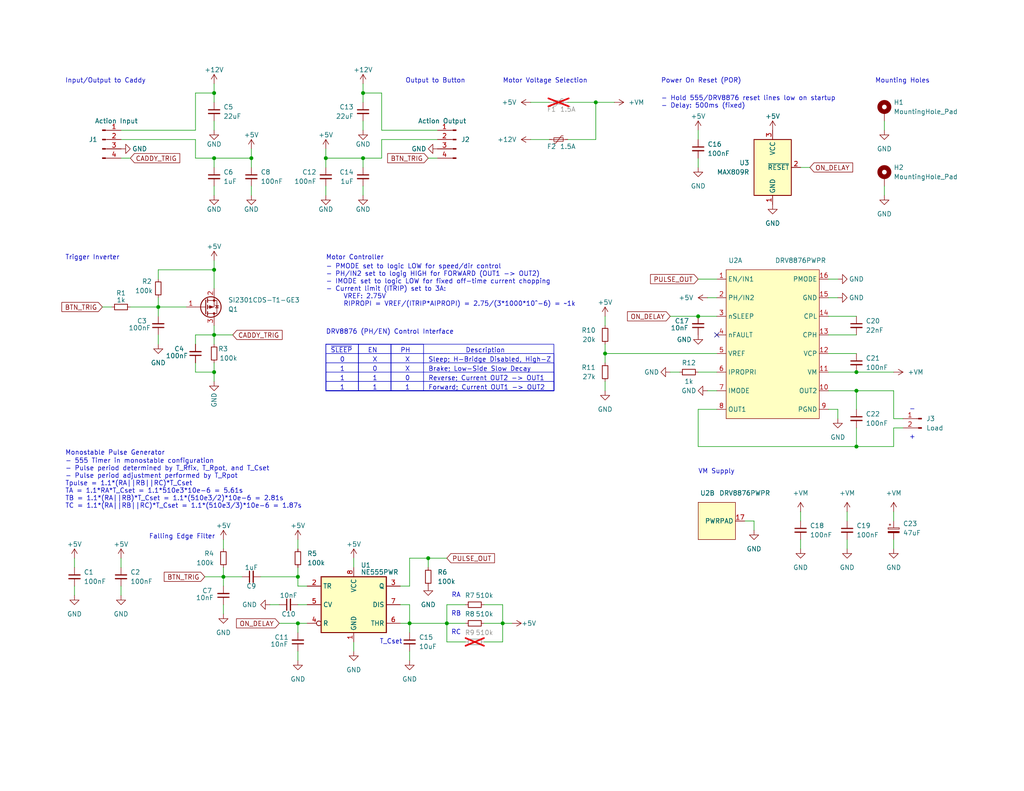
<source format=kicad_sch>
(kicad_sch (version 20231120) (generator "eeschema") (generator_version "8.0")
  (paper "A")
  (title_block (title "Pulse Fixed Timer") (rev "1") (company "LEARN Geeks for Kids") (comment 1 "Designed By: Joe Heinrich"))
  (lib_symbols
    (symbol "+5V_1" (power) (pin_numbers hide) (pin_names (offset 0) hide)
      (property "Value" "+5V" (at 0 3.556 0))
      (symbol "+5V_1_1_1"
        (pin power_in line (at 0 0 90) (length 0) (name "~") (number "1"))
      )
    )
    (symbol "+5V_2" (power) (pin_numbers hide) (pin_names (offset 0) hide)
      (property "Value" "+5V" (at 0 3.556 0))
      (symbol "+5V_2_1_1"
        (pin power_in line (at 0 0 90) (length 0) (name "~") (number "1"))
      )
    )
    (symbol "Connector:Conn_01x02_Pin" (pin_names (offset 1.016) hide)
      (property "Reference" "J" (at 0 2.54 0))
      (property "Value" "Conn_01x02_Pin" (at 0 -5.08 0))
      (symbol "Conn_01x02_Pin_1_1"
        (pin passive line (at 5.08 0 180) (length 3.81) (name "Pin_1") (number "1"))
        (pin passive line (at 5.08 -2.54 180) (length 3.81) (name "Pin_2") (number "2"))
      )
    )
    (symbol "Connector:Conn_01x04_Pin" (pin_names (offset 1.016) hide)
      (property "Reference" "J" (at 0 5.08 0))
      (property "Value" "Conn_01x04_Pin" (at 0 -7.62 0))
      (symbol "Conn_01x04_Pin_1_1"
        (pin passive line (at 5.08 2.54 180) (length 3.81) (name "Pin_1") (number "1"))
        (pin passive line (at 5.08 0 180) (length 3.81) (name "Pin_2") (number "2"))
        (pin passive line (at 5.08 -2.54 180) (length 3.81) (name "Pin_3") (number "3"))
        (pin passive line (at 5.08 -5.08 180) (length 3.81) (name "Pin_4") (number "4"))
      )
    )
    (symbol "Device:C_Polarized_Small" (pin_numbers hide) (pin_names (offset 0.254) hide)
      (property "Reference" "C" (at 0.254 1.778 0))
      (property "Value" "C_Polarized_Small" (at 0.254 -2.032 0))
      (symbol "C_Polarized_Small_1_1"
        (pin passive line (at 0 2.54 270) (length 1.8542) (name "~") (number "1"))
        (pin passive line (at 0 -2.54 90) (length 1.8542) (name "~") (number "2"))
      )
    )
    (symbol "Device:C_Small" (pin_numbers hide) (pin_names (offset 0.254) hide)
      (property "Reference" "C" (at 0.254 1.778 0))
      (property "Value" "C_Small" (at 0.254 -2.032 0))
      (symbol "C_Small_1_1"
        (pin passive line (at 0 2.54 270) (length 2.032) (name "~") (number "1"))
        (pin passive line (at 0 -2.54 90) (length 2.032) (name "~") (number "2"))
      )
    )
    (symbol "Device:Polyfuse_Small" (pin_numbers hide) (pin_names (offset 0))
      (property "Reference" "F" (at -1.905 0 90))
      (property "Value" "Polyfuse_Small" (at 1.905 0 90))
      (symbol "Polyfuse_Small_1_1"
        (pin passive line (at 0 2.54 270) (length 0.635) (name "~") (number "1"))
        (pin passive line (at 0 -2.54 90) (length 0.635) (name "~") (number "2"))
      )
    )
    (symbol "Device:R_Small" (pin_numbers hide) (pin_names (offset 0.254) hide)
      (property "Reference" "R" (at 0.762 0.508 0))
      (property "Value" "R_Small" (at 0.762 -1.016 0))
      (symbol "R_Small_1_1"
        (pin passive line (at 0 2.54 270) (length 0.762) (name "~") (number "1"))
        (pin passive line (at 0 -2.54 90) (length 0.762) (name "~") (number "2"))
      )
    )
    (symbol "Mechanical:MountingHole_Pad" (pin_numbers hide) (pin_names (offset 1.016) hide)
      (property "Reference" "H" (at 0 6.35 0))
      (property "Value" "MountingHole_Pad" (at 0 4.445 0))
      (symbol "MountingHole_Pad_1_1"
        (pin input line (at 0 -2.54 90) (length 2.54) (name "1") (number "1"))
      )
    )
    (symbol "Power_Supervisor:LM809"
      (property "Reference" "U" (at 2.54 12.7 0))
      (property "Value" "LM809" (at 5.08 10.16 0))
      (symbol "LM809_1_1"
        (pin power_in line (at 0 -10.16 90) (length 2.54) (name "GND") (number "1"))
        (pin output line (at 7.62 0 180) (length 2.54) (name "~{RESET}") (number "2"))
        (pin power_in line (at 0 10.16 270) (length 2.54) (name "VCC") (number "3"))
      )
    )
    (symbol "Pulse_Fixed_Timer:DRV8876PWPR"
      (property "Reference" "U" (at -11.938 22.098 0))
      (property "Value" "DRV8876" (at 8.382 21.844 0))
      (symbol "DRV8876PWPR_1_1"
        (pin input line (at -15.24 17.78 0) (length 2.54) (name "EN/IN1") (number "1"))
        (pin output line (at 15.24 -12.7 180) (length 2.54) (name "OUT2") (number "10"))
        (pin power_in line (at 15.24 -7.62 180) (length 2.54) (name "VM") (number "11"))
        (pin power_in line (at 15.24 -2.54 180) (length 2.54) (name "VCP") (number "12"))
        (pin power_in line (at 15.24 2.54 180) (length 2.54) (name "CPH") (number "13"))
        (pin power_in line (at 15.24 7.62 180) (length 2.54) (name "CPL") (number "14"))
        (pin power_in line (at 15.24 12.7 180) (length 2.54) (name "GND") (number "15"))
        (pin input line (at 15.24 17.78 180) (length 2.54) (name "PMODE") (number "16"))
        (pin input line (at -15.24 12.7 0) (length 2.54) (name "PH/IN2") (number "2"))
        (pin input line (at -15.24 7.62 0) (length 2.54) (name "nSLEEP") (number "3"))
        (pin input line (at -15.24 2.54 0) (length 2.54) (name "nFAULT") (number "4"))
        (pin input line (at -15.24 -2.54 0) (length 2.54) (name "VREF") (number "5"))
        (pin output line (at -15.24 -7.62 0) (length 2.54) (name "IPROPRI") (number "6"))
        (pin input line (at -15.24 -12.7 0) (length 2.54) (name "IMODE") (number "7"))
        (pin output line (at -15.24 -17.78 0) (length 2.54) (name "OUT1") (number "8"))
        (pin power_in line (at 15.24 -17.78 180) (length 2.54) (name "PGND") (number "9"))
      )
      (symbol "DRV8876PWPR_2_1"
        (pin power_in line (at 7.62 0 180) (length 2.54) (name "PWRPAD") (number "17"))
      )
    )
    (symbol "Timer:NE555D"
      (property "Reference" "U" (at -10.16 8.89 0))
      (property "Value" "NE555D" (at 2.54 8.89 0))
      (symbol "NE555D_0_0"
        (pin power_in line (at 0 -10.16 90) (length 2.54) (name "GND") (number "1"))
        (pin power_in line (at 0 10.16 270) (length 2.54) (name "VCC") (number "8"))
      )
      (symbol "NE555D_1_1"
        (pin input line (at -12.7 5.08 0) (length 3.81) (name "TR") (number "2"))
        (pin output line (at 12.7 5.08 180) (length 3.81) (name "Q") (number "3"))
        (pin input inverted (at -12.7 -5.08 0) (length 3.81) (name "R") (number "4"))
        (pin input line (at -12.7 0 0) (length 3.81) (name "CV") (number "5"))
        (pin input line (at 12.7 -5.08 180) (length 3.81) (name "THR") (number "6"))
        (pin input line (at 12.7 0 180) (length 3.81) (name "DIS") (number "7"))
      )
    )
    (symbol "Transistor_FET:Si2371EDS" (pin_names hide)
      (property "Reference" "Q" (at 5.08 1.905 0))
      (property "Value" "Si2371EDS" (at 5.08 0 0))
      (symbol "Si2371EDS_1_1"
        (pin input line (at -5.08 0 0) (length 2.54) (name "G") (number "1"))
        (pin passive line (at 2.54 -5.08 90) (length 2.54) (name "S") (number "2"))
        (pin passive line (at 2.54 5.08 270) (length 2.54) (name "D") (number "3"))
      )
    )
    (symbol "power:+12V" (power) (pin_numbers hide) (pin_names (offset 0) hide)
      (property "Value" "+12V" (at 0 3.556 0))
      (symbol "+12V_1_1"
        (pin power_in line (at 0 0 90) (length 0) (name "~") (number "1"))
      )
    )
    (symbol "power:+1V0" (power) (pin_numbers hide) (pin_names (offset 0) hide)
      (property "Value" "+1V0" (at 0 3.556 0))
      (symbol "+1V0_1_1"
        (pin power_in line (at 0 0 90) (length 0) (name "~") (number "1"))
      )
    )
    (symbol "power:+5V" (power) (pin_names (offset 0))
      (property "Value" "+5V" (at 0 3.556 0))
      (symbol "+5V_1_1"
        (pin power_in line (at 0 0 90) (length 0) hide (name "+5V") (number "1"))
      )
    )
    (symbol "power:GND" (power) (pin_names (offset 0))
      (property "Value" "GND" (at 0 -3.81 0))
      (symbol "GND_1_1"
        (pin power_in line (at 0 0 270) (length 0) hide (name "GND") (number "1"))
      )
    )
  )
  (junction (at 233.68 121.92))
  (junction (at 137.16 170.18))
  (junction (at 81.28 170.18))
  (junction (at 58.42 73.66))
  (junction (at 190.5 86.36))
  (junction (at 162.56 27.94))
  (junction (at 111.76 170.18))
  (junction (at 43.18 83.82))
  (junction (at 58.42 25.4))
  (junction (at 81.28 157.48))
  (junction (at 58.42 101.6))
  (junction (at 58.42 43.18))
  (junction (at 58.42 91.44))
  (junction (at 116.84 152.4))
  (junction (at 233.68 101.6))
  (junction (at 233.68 106.68))
  (junction (at 88.9 43.18))
  (junction (at 99.06 43.18))
  (junction (at 68.58 43.18))
  (junction (at 165.1 96.52))
  (junction (at 60.96 157.48))
  (junction (at 121.92 170.18))
  (junction (at 99.06 25.4))
  (no_connect (at 195.58 91.44))
  (wire (pts (xy 96.52 152.4) (xy 96.52 154.94)))
  (wire (pts (xy 144.78 27.94) (xy 149.86 27.94)))
  (wire (pts (xy 43.18 83.82) (xy 50.8 83.82)))
  (wire (pts (xy 111.76 160.02) (xy 111.76 152.4)))
  (wire (pts (xy 88.9 45.72) (xy 88.9 43.18)))
  (wire (pts (xy 43.18 86.36) (xy 43.18 83.82)))
  (wire (pts (xy 226.06 91.44) (xy 233.68 91.44)))
  (wire (pts (xy 99.06 35.56) (xy 99.06 33.02)))
  (wire (pts (xy 68.58 45.72) (xy 68.58 43.18)))
  (wire (pts (xy 190.5 43.18) (xy 190.5 45.72)))
  (wire (pts (xy 109.22 165.1) (xy 111.76 165.1)))
  (wire (pts (xy 218.44 45.72) (xy 220.98 45.72)))
  (wire (pts (xy 243.84 147.32) (xy 243.84 149.86)))
  (wire (pts (xy 137.16 175.26) (xy 137.16 170.18)))
  (wire (pts (xy 58.42 99.06) (xy 58.42 101.6)))
  (wire (pts (xy 233.68 116.84) (xy 233.68 121.92)))
  (wire (pts (xy 137.16 170.18) (xy 139.7 170.18)))
  (wire (pts (xy 116.84 152.4) (xy 121.92 152.4)))
  (wire (pts (xy 226.06 111.76) (xy 228.6 111.76)))
  (wire (pts (xy 203.2 142.24) (xy 205.74 142.24)))
  (wire (pts (xy 58.42 73.66) (xy 58.42 78.74)))
  (wire (pts (xy 104.14 35.56) (xy 119.38 35.56)))
  (wire (pts (xy 20.32 160.02) (xy 20.32 162.56)))
  (wire (pts (xy 226.06 76.2) (xy 228.6 76.2)))
  (wire (pts (xy 226.06 81.28) (xy 228.6 81.28)))
  (wire (pts (xy 27.94 83.82) (xy 30.48 83.82)))
  (wire (pts (xy 55.88 157.48) (xy 60.96 157.48)))
  (wire (pts (xy 116.84 152.4) (xy 116.84 154.94)))
  (wire (pts (xy 137.16 165.1) (xy 137.16 170.18)))
  (wire (pts (xy 60.96 147.32) (xy 60.96 149.86)))
  (wire (pts (xy 165.1 96.52) (xy 195.58 96.52)))
  (wire (pts (xy 121.92 165.1) (xy 121.92 170.18)))
  (wire (pts (xy 81.28 177.8) (xy 81.28 180.34)))
  (wire (pts (xy 99.06 45.72) (xy 99.06 43.18)))
  (wire (pts (xy 132.08 165.1) (xy 137.16 165.1)))
  (wire (pts (xy 165.1 86.36) (xy 165.1 88.9)))
  (wire (pts (xy 96.52 177.8) (xy 96.52 175.26)))
  (wire (pts (xy 81.28 160.02) (xy 83.82 160.02)))
  (wire (pts (xy 58.42 35.56) (xy 58.42 33.02)))
  (wire (pts (xy 165.1 104.14) (xy 165.1 106.68)))
  (wire (pts (xy 121.92 175.26) (xy 121.92 170.18)))
  (wire (pts (xy 35.56 83.82) (xy 43.18 83.82)))
  (wire (pts (xy 88.9 53.34) (xy 88.9 50.8)))
  (wire (pts (xy 58.42 88.9) (xy 58.42 91.44)))
  (wire (pts (xy 99.06 43.18) (xy 88.9 43.18)))
  (wire (pts (xy 60.96 154.94) (xy 60.96 157.48)))
  (wire (pts (xy 81.28 157.48) (xy 81.28 160.02)))
  (wire (pts (xy 58.42 45.72) (xy 58.42 43.18)))
  (wire (pts (xy 190.5 111.76) (xy 195.58 111.76)))
  (wire (pts (xy 43.18 73.66) (xy 58.42 73.66)))
  (wire (pts (xy 165.1 93.98) (xy 165.1 96.52)))
  (wire (pts (xy 132.08 175.26) (xy 137.16 175.26)))
  (wire (pts (xy 20.32 152.4) (xy 20.32 154.94)))
  (wire (pts (xy 104.14 38.1) (xy 119.38 38.1)))
  (wire (pts (xy 231.14 139.7) (xy 231.14 142.24)))
  (wire (pts (xy 33.02 152.4) (xy 33.02 154.94)))
  (wire (pts (xy 241.3 50.8) (xy 241.3 53.34)))
  (wire (pts (xy 53.34 101.6) (xy 53.34 99.06)))
  (wire (pts (xy 58.42 101.6) (xy 53.34 101.6)))
  (wire (pts (xy 154.94 27.94) (xy 162.56 27.94)))
  (wire (pts (xy 226.06 101.6) (xy 233.68 101.6)))
  (wire (pts (xy 165.1 96.52) (xy 165.1 99.06)))
  (wire (pts (xy 58.42 91.44) (xy 58.42 93.98)))
  (wire (pts (xy 233.68 106.68) (xy 243.84 106.68)))
  (wire (pts (xy 60.96 157.48) (xy 66.04 157.48)))
  (wire (pts (xy 226.06 96.52) (xy 233.68 96.52)))
  (wire (pts (xy 111.76 180.34) (xy 111.76 177.8)))
  (wire (pts (xy 53.34 35.56) (xy 33.02 35.56)))
  (wire (pts (xy 226.06 106.68) (xy 233.68 106.68)))
  (wire (pts (xy 58.42 43.18) (xy 68.58 43.18)))
  (wire (pts (xy 231.14 147.32) (xy 231.14 149.86)))
  (wire (pts (xy 127 175.26) (xy 121.92 175.26)))
  (wire (pts (xy 60.96 165.1) (xy 60.96 167.64)))
  (wire (pts (xy 58.42 101.6) (xy 58.42 104.14)))
  (wire (pts (xy 53.34 91.44) (xy 58.42 91.44)))
  (wire (pts (xy 205.74 142.24) (xy 205.74 144.78)))
  (wire (pts (xy 132.08 170.18) (xy 137.16 170.18)))
  (wire (pts (xy 243.84 116.84) (xy 243.84 121.92)))
  (wire (pts (xy 233.68 121.92) (xy 190.5 121.92)))
  (wire (pts (xy 111.76 165.1) (xy 111.76 170.18)))
  (wire (pts (xy 182.88 101.6) (xy 185.42 101.6)))
  (wire (pts (xy 53.34 25.4) (xy 58.42 25.4)))
  (wire (pts (xy 121.92 170.18) (xy 127 170.18)))
  (wire (pts (xy 228.6 111.76) (xy 228.6 114.3)))
  (wire (pts (xy 243.84 114.3) (xy 246.38 114.3)))
  (wire (pts (xy 182.88 86.36) (xy 190.5 86.36)))
  (wire (pts (xy 99.06 25.4) (xy 99.06 27.94)))
  (wire (pts (xy 190.5 101.6) (xy 195.58 101.6)))
  (wire (pts (xy 73.66 165.1) (xy 76.2 165.1)))
  (wire (pts (xy 111.76 170.18) (xy 111.76 172.72)))
  (wire (pts (xy 58.42 22.86) (xy 58.42 25.4)))
  (wire (pts (xy 53.34 25.4) (xy 53.34 35.56)))
  (wire (pts (xy 43.18 91.44) (xy 43.18 93.98)))
  (wire (pts (xy 99.06 22.86) (xy 99.06 25.4)))
  (wire (pts (xy 190.5 121.92) (xy 190.5 111.76)))
  (wire (pts (xy 58.42 71.12) (xy 58.42 73.66)))
  (wire (pts (xy 190.5 86.36) (xy 195.58 86.36)))
  (wire (pts (xy 58.42 25.4) (xy 58.42 27.94)))
  (wire (pts (xy 58.42 91.44) (xy 63.5 91.44)))
  (wire (pts (xy 53.34 43.18) (xy 53.34 38.1)))
  (wire (pts (xy 246.38 116.84) (xy 243.84 116.84)))
  (wire (pts (xy 58.42 50.8) (xy 58.42 53.34)))
  (wire (pts (xy 81.28 147.32) (xy 81.28 149.86)))
  (wire (pts (xy 68.58 53.34) (xy 68.58 50.8)))
  (wire (pts (xy 104.14 43.18) (xy 99.06 43.18)))
  (wire (pts (xy 81.28 165.1) (xy 83.82 165.1)))
  (wire (pts (xy 241.3 33.02) (xy 241.3 35.56)))
  (wire (pts (xy 88.9 43.18) (xy 88.9 40.64)))
  (wire (pts (xy 233.68 121.92) (xy 243.84 121.92)))
  (wire (pts (xy 60.96 157.48) (xy 60.96 160.02)))
  (wire (pts (xy 53.34 38.1) (xy 33.02 38.1)))
  (wire (pts (xy 218.44 147.32) (xy 218.44 149.86)))
  (wire (pts (xy 154.94 38.1) (xy 162.56 38.1)))
  (wire (pts (xy 233.68 101.6) (xy 243.84 101.6)))
  (wire (pts (xy 71.12 157.48) (xy 81.28 157.48)))
  (wire (pts (xy 190.5 35.56) (xy 190.5 38.1)))
  (wire (pts (xy 243.84 106.68) (xy 243.84 114.3)))
  (wire (pts (xy 218.44 139.7) (xy 218.44 142.24)))
  (wire (pts (xy 109.22 160.02) (xy 111.76 160.02)))
  (wire (pts (xy 243.84 139.7) (xy 243.84 142.24)))
  (wire (pts (xy 193.04 106.68) (xy 195.58 106.68)))
  (wire (pts (xy 109.22 170.18) (xy 111.76 170.18)))
  (wire (pts (xy 76.2 170.18) (xy 81.28 170.18)))
  (wire (pts (xy 53.34 91.44) (xy 53.34 93.98)))
  (wire (pts (xy 190.5 76.2) (xy 195.58 76.2)))
  (wire (pts (xy 33.02 43.18) (xy 35.56 43.18)))
  (wire (pts (xy 116.84 43.18) (xy 119.38 43.18)))
  (wire (pts (xy 43.18 73.66) (xy 43.18 76.2)))
  (wire (pts (xy 53.34 43.18) (xy 58.42 43.18)))
  (wire (pts (xy 68.58 43.18) (xy 68.58 40.64)))
  (wire (pts (xy 104.14 43.18) (xy 104.14 38.1)))
  (wire (pts (xy 233.68 106.68) (xy 233.68 111.76)))
  (wire (pts (xy 104.14 25.4) (xy 99.06 25.4)))
  (wire (pts (xy 111.76 152.4) (xy 116.84 152.4)))
  (wire (pts (xy 127 165.1) (xy 121.92 165.1)))
  (wire (pts (xy 162.56 27.94) (xy 167.64 27.94)))
  (wire (pts (xy 99.06 50.8) (xy 99.06 53.34)))
  (wire (pts (xy 193.04 81.28) (xy 195.58 81.28)))
  (wire (pts (xy 226.06 86.36) (xy 233.68 86.36)))
  (wire (pts (xy 81.28 154.94) (xy 81.28 157.48)))
  (wire (pts (xy 111.76 170.18) (xy 121.92 170.18)))
  (wire (pts (xy 81.28 170.18) (xy 81.28 172.72)))
  (wire (pts (xy 162.56 38.1) (xy 162.56 27.94)))
  (wire (pts (xy 144.78 38.1) (xy 149.86 38.1)))
  (wire (pts (xy 43.18 81.28) (xy 43.18 83.82)))
  (wire (pts (xy 81.28 170.18) (xy 83.82 170.18)))
  (wire (pts (xy 33.02 160.02) (xy 33.02 162.56)))
  (wire (pts (xy 104.14 25.4) (xy 104.14 35.56)))
  (rectangle (start 88.9 93.98) (end 97.79 106.68))
  (rectangle (start 88.9 96.52) (end 151.13 106.68))
  (rectangle (start 88.9 93.98) (end 151.13 106.68))
  (rectangle (start 88.9 99.06) (end 151.13 106.68))
  (rectangle (start 106.68 93.98) (end 115.57 106.68))
  (rectangle (start 97.79 93.98) (end 106.68 106.68))
  (rectangle (start 88.9 104.14) (end 151.13 106.68))
  (rectangle (start 88.9 101.6) (end 151.13 106.68))
  (text "0" (at 101.6 101.6 0) (effects (font (size 1.27 1.27)) (justify left bottom)))
  (text "1" (at 92.71 106.68 0) (effects (font (size 1.27 1.27)) (justify left bottom)))
  (text "-" (at 248.92 111.76 0) (effects (font (size 1.27 1.27))))
  (text "0" (at 110.49 104.14 0) (effects (font (size 1.27 1.27)) (justify left bottom)))
  (text "Description" (at 127 96.52 0) (effects (font (size 1.27 1.27)) (justify left bottom)))
  (text "X" (at 110.49 101.6 0) (effects (font (size 1.27 1.27)) (justify left bottom)))
  (text "- 555 Timer in monostable configuration\n- Pulse period determined by T_Rfix, T_Rpot, and T_Cset\n- Pulse period adjustment performed by T_Rpot\nTpulse = 1.1*(RA||RB||RC)*T_Cset\nTA = 1.1*RA*T_Cset = 1.1*510e3*10e-6 = 5.61s\nTB = 1.1*(RA||RB)*T_Cset = 1.1*(510e3/2)*10e-6 = 2.81s\nTC = 1.1*(RA||RB||RC)*T_Cset = 1.1*(510e3/3)*10e-6 = 1.87s\n" (at 17.78 132.08 0) (effects (font (size 1.27 1.27)) (justify left)))
  (text "Brake; Low-Side Slow Decay" (at 116.84 101.6 0) (effects (font (size 1.27 1.27)) (justify left bottom)))
  (text "0" (at 92.71 99.06 0) (effects (font (size 1.27 1.27)) (justify left bottom)))
  (text "Monostable Pulse Generator" (at 17.78 124.46 0) (effects (font (size 1.27 1.27)) (justify left bottom)))
  (text "1" (at 101.6 106.68 0) (effects (font (size 1.27 1.27)) (justify left bottom)))
  (text "Trigger Inverter" (at 17.78 71.12 0) (effects (font (size 1.27 1.27)) (justify left bottom)))
  (text "X" (at 101.6 99.06 0) (effects (font (size 1.27 1.27)) (justify left bottom)))
  (text "Reverse; Current OUT2 -> OUT1" (at 116.84 104.14 0) (effects (font (size 1.27 1.27)) (justify left bottom)))
  (text "+" (at 248.92 119.38 0) (effects (font (size 1.27 1.27))))
  (text "- PMODE set to logic LOW for speed/dir control\n- PH/IN2 set to logig HIGH for FORWARD (OUT1 -> OUT2)\n- IMODE set to logic LOW for fixed off-time current chopping\n- Current limit (ITRIP) set to 3A:\n	VREF: 2.75V\n	RIPROPI = VREF/(ITRIP*AIPROPI) = 2.75/(3*1000*10^-6) = ~1k" (at 88.9 83.82 0) (effects (font (size 1.27 1.27)) (justify left bottom)))
  (text "1" (at 92.71 101.6 0) (effects (font (size 1.27 1.27)) (justify left bottom)))
  (text "DRV8876 (PH/EN) Control Interface" (at 88.9 91.44 0) (effects (font (size 1.27 1.27)) (justify left bottom)))
  (text "Motor Voltage Selection" (at 137.16 22.86 0) (effects (font (size 1.27 1.27)) (justify left bottom)))
  (text "~{SLEEP}" (at 90.17 96.52 0) (effects (font (size 1.27 1.27)) (justify left bottom)))
  (text "Forward; Current OUT1 -> OUT2" (at 116.84 106.68 0) (effects (font (size 1.27 1.27)) (justify left bottom)))
  (text "Falling Edge Filter" (at 40.64 147.32 0) (effects (font (size 1.27 1.27)) (justify left bottom)))
  (text "- Hold 555/DRV8876 reset lines low on startup\n- Delay: 500ms (fixed)" (at 180.34 27.94 0) (effects (font (size 1.27 1.27)) (justify left)))
  (text "Mounting Holes" (at 238.76 22.86 0) (effects (font (size 1.27 1.27)) (justify left bottom)))
  (text "EN" (at 100.33 96.52 0) (effects (font (size 1.27 1.27)) (justify left bottom)))
  (text "RB" (at 124.46 167.64 0) (effects (font (size 1.27 1.27))))
  (text "1" (at 92.71 104.14 0) (effects (font (size 1.27 1.27)) (justify left bottom)))
  (text "PH" (at 109.22 96.52 0) (effects (font (size 1.27 1.27)) (justify left bottom)))
  (text "RC" (at 124.46 172.72 0) (effects (font (size 1.27 1.27))))
  (text "X" (at 110.49 99.06 0) (effects (font (size 1.27 1.27)) (justify left bottom)))
  (text "VM Supply" (at 190.5 129.54 0) (effects (font (size 1.27 1.27)) (justify left bottom)))
  (text "Motor Controller" (at 88.9 71.12 0) (effects (font (size 1.27 1.27)) (justify left bottom)))
  (text "Output to Button" (at 127 22.86 0) (effects (font (size 1.27 1.27)) (justify right bottom)))
  (text "T_Cset" (at 106.68 175.26 0) (effects (font (size 1.27 1.27))))
  (text "Sleep; H-Bridge Disabled, High-Z" (at 116.84 99.06 0) (effects (font (size 1.27 1.27)) (justify left bottom)))
  (text "Power On Reset (POR)" (at 180.34 22.86 0) (effects (font (size 1.27 1.27)) (justify left bottom)))
  (text "1" (at 101.6 104.14 0) (effects (font (size 1.27 1.27)) (justify left bottom)))
  (text "RA" (at 124.46 162.56 0) (effects (font (size 1.27 1.27))))
  (text "1" (at 110.49 106.68 0) (effects (font (size 1.27 1.27)) (justify left bottom)))
  (text "Input/Output to Caddy" (at 17.78 22.86 0) (effects (font (size 1.27 1.27)) (justify left bottom)))
  (global_label "PULSE_OUT" (shape input) (at 190.5 76.2 180) (property "Intersheetrefs" "${INTERSHEET_REFS}" (effects (hide yes))))
  (global_label "CADDY_TRIG" (shape input) (at 35.56 43.18 0) (property "Intersheetrefs" "${INTERSHEET_REFS}" (effects (hide yes))))
  (global_label "BTN_TRIG" (shape input) (at 27.94 83.82 180) (property "Intersheetrefs" "${INTERSHEET_REFS}" (effects (hide yes))))
  (global_label "CADDY_TRIG" (shape input) (at 63.5 91.44 0) (property "Intersheetrefs" "${INTERSHEET_REFS}" (effects (hide yes))))
  (global_label "PULSE_OUT" (shape input) (at 121.92 152.4 0) (property "Intersheetrefs" "${INTERSHEET_REFS}" (effects (hide yes))))
  (global_label "BTN_TRIG" (shape input) (at 55.88 157.48 180) (property "Intersheetrefs" "${INTERSHEET_REFS}" (effects (hide yes))))
  (global_label "ON_DELAY" (shape input) (at 76.2 170.18 180) (property "Intersheetrefs" "${INTERSHEET_REFS}" (effects (hide yes))))
  (global_label "BTN_TRIG" (shape input) (at 116.84 43.18 180) (property "Intersheetrefs" "${INTERSHEET_REFS}" (effects (hide yes))))
  (global_label "ON_DELAY" (shape input) (at 182.88 86.36 180) (property "Intersheetrefs" "${INTERSHEET_REFS}" (effects (hide yes))))
  (global_label "ON_DELAY" (shape input) (at 220.98 45.72 0) (property "Intersheetrefs" "${INTERSHEET_REFS}" (effects (hide yes))))
  (symbol (lib_id "power:GND") (at 228.6 81.28 90) (unit 1)
    (property "Reference" "#PWR047" (effects (hide yes)))
    (property "Value" "GND" (at 233.68 81.28 90))
  )
  (symbol (lib_id "power:GND") (at 88.9 53.34 0) (mirror y) (unit 1)
    (property "Reference" "#PWR020" (effects (hide yes)))
    (property "Value" "GND" (at 88.9 57.15 0))
  )
  (symbol (lib_id "Device:C_Small") (at 68.58 48.26 0) (unit 1)
    (property "Reference" "C8" (at 71.12 46.99 0) (effects (justify left)))
    (property "Value" "100nF" (at 71.12 49.53 0) (effects (justify left)))
    (property "Footprint" "Capacitor_SMD:C_0402_1005Metric" (effects (hide yes)))
    (property "Datasheet" "https://wmsc.lcsc.com/wmsc/upload/file/pdf/v2/lcsc/2211101700_YAGEO-CC0603KRX7R9BB104_C14663.pdf" (effects (hide yes)))
    (property "MPN" "C307331" (effects (hide yes)))
    (property "Package" "0402" (effects (hide yes)))
  )
  (symbol (lib_id "Device:R_Small") (at 58.42 96.52 0) (mirror y) (unit 1)
    (property "Reference" "R3" (at 62.23 95.25 0) (effects (justify left)))
    (property "Value" "100k" (at 64.77 97.79 0) (effects (justify left)))
    (property "Footprint" "Resistor_SMD:R_0402_1005Metric" (effects (hide yes)))
    (property "Datasheet" "https://wmsc.lcsc.com/wmsc/upload/file/pdf/v2/lcsc/2206010045_UNI-ROYAL-Uniroyal-Elec-0603WAF1003T5E_C25803.pdf" (effects (hide yes)))
    (property "MPN" "C25741" (effects (hide yes)))
    (property "Package" "0402" (effects (hide yes)))
  )
  (symbol (lib_id "Device:C_Small") (at 58.42 48.26 0) (unit 1)
    (property "Reference" "C6" (at 60.96 46.9963 0) (effects (justify left)))
    (property "Value" "1uF" (at 60.96 49.5363 0) (effects (justify left)))
    (property "Footprint" "Capacitor_SMD:C_0402_1005Metric" (effects (hide yes)))
    (property "Datasheet" "https://wmsc.lcsc.com/wmsc/upload/file/pdf/v2/lcsc/2304140030_Samsung-Electro-Mechanics-CL10A105KB8NNNC_C15849.pdf" (effects (hide yes)))
    (property "MPN" "C52923" (effects (hide yes)))
    (property "Package" "0402" (effects (hide yes)))
  )
  (symbol (lib_id "power:GND") (at 73.66 165.1 270) (unit 1)
    (property "Reference" "#PWR016" (effects (hide yes)))
    (property "Value" "GND" (at 66.04 165.1 90) (effects (justify left)))
  )
  (symbol (lib_id "Device:Polyfuse_Small") (at 152.4 27.94 90) (unit 1) (in_bom no) (dnp yes)
    (property "Reference" "F1" (at 150.495 29.845 90))
    (property "Value" "1.5A" (at 154.94 29.845 90))
    (property "Footprint" "Fuse:Fuse_1210_3225Metric" (effects (hide yes)))
    (property "Datasheet" "https://wmsc.lcsc.com/wmsc/upload/file/pdf/v2/lcsc/2404021532_LUTE-1210L075-24AR_C22374902.pdf" (effects (hide yes)))
    (property "MPN" "C22374902" (effects (hide yes)))
    (property "Package" "1210" (effects (hide yes)))
  )
  (symbol (lib_id "Device:R_Small") (at 165.1 91.44 0) (mirror y) (unit 1)
    (property "Reference" "R10" (at 162.56 90.1699 0) (effects (justify left)))
    (property "Value" "20k" (at 162.56 92.7099 0) (effects (justify left)))
    (property "Footprint" "Resistor_SMD:R_0402_1005Metric" (effects (hide yes)))
    (property "Description" "Resistor, small symbol" (effects (hide yes)))
    (property "MPN" "C25765" (effects (hide yes)))
    (property "Package" "0402" (effects (hide yes)))
  )
  (symbol (lib_id "power:GND") (at 58.42 104.14 0) (unit 1)
    (property "Reference" "#PWR011" (effects (hide yes)))
    (property "Value" "GND" (at 58.42 109.22 90))
  )
  (symbol (lib_id "power:GND") (at 60.96 167.64 0) (unit 1)
    (property "Reference" "#PWR013" (effects (hide yes)))
    (property "Value" "GND" (at 60.96 172.72 0))
  )
  (symbol (lib_id "Device:R_Small") (at 116.84 157.48 0) (unit 1)
    (property "Reference" "R6" (at 119.38 156.2099 0) (effects (justify left)))
    (property "Value" "100k" (at 119.38 158.7499 0) (effects (justify left)))
    (property "Footprint" "Resistor_SMD:R_0402_1005Metric" (effects (hide yes)))
    (property "Datasheet" "https://wmsc.lcsc.com/wmsc/upload/file/pdf/v2/lcsc/2206010045_UNI-ROYAL-Uniroyal-Elec-0603WAF1003T5E_C25803.pdf" (effects (hide yes)))
    (property "MPN" "C25741" (effects (hide yes)))
    (property "Package" "0402" (effects (hide yes)))
  )
  (symbol (lib_id "Device:C_Small") (at 190.5 88.9 0) (mirror x) (unit 1)
    (property "Reference" "C17" (at 186.055 87.63 0))
    (property "Value" "10nF" (at 185.42 89.535 0))
    (property "Footprint" "Capacitor_SMD:C_0402_1005Metric" (effects (hide yes)))
    (property "MPN" " C15195" (effects (hide yes)))
    (property "Package" "0402" (effects (hide yes)))
  )
  (symbol (lib_id "Connector:Conn_01x04_Pin") (at 27.94 38.1 0) (unit 1) (in_bom no)
    (property "Reference" "J1" (at 25.4 38.1 0))
    (property "Value" "Action Input" (at 31.75 33.02 0))
    (property "Footprint" "Connector_JST:JST_XH_B4B-XH-A_1x04_P2.50mm_Vertical" (effects (hide yes)))
    (property "Package" "JST_XH_1x4_2.5mm" (effects (hide yes)))
  )
  (symbol (lib_id "Transistor_FET:Si2371EDS") (at 55.88 83.82 0) (mirror x) (unit 1)
    (property "Reference" "Q1" (at 62.23 84.455 0) (effects (justify left)))
    (property "Value" "SI2301CDS-T1-GE3" (at 62.23 81.915 0) (effects (justify left)))
    (property "Footprint" "Package_TO_SOT_SMD:SOT-23" (effects (hide yes)))
    (property "Datasheet" "http://www.vishay.com/docs/63924/si2371eds.pdf" (effects (hide yes)))
    (property "MPN" "C10487" (effects (hide yes)))
    (property "Package" "SOT-23" (effects (hide yes)))
  )
  (symbol (lib_id "power:+1V0") (at 218.44 139.7 0) (unit 1)
    (property "Reference" "#PWR044" (effects (hide yes)))
    (property "Value" "+VM" (at 218.44 134.62 0))
    (property "Description" "Power symbol creates a global label with name \"+1V0\"" (effects (hide yes)))
  )
  (symbol (lib_id "power:GND") (at 96.52 177.8 0) (unit 1)
    (property "Reference" "#PWR022" (effects (hide yes)))
    (property "Value" "GND" (at 96.52 182.88 0))
  )
  (symbol (lib_id "power:GND") (at 190.5 91.44 0) (unit 1)
    (property "Reference" "#PWR038" (effects (hide yes)))
    (property "Value" "GND" (at 186.69 92.71 0))
  )
  (symbol (lib_id "Device:C_Small") (at 233.68 114.3 0) (unit 1)
    (property "Reference" "C22" (at 236.22 113.0362 0) (effects (justify left)))
    (property "Value" "100nF" (at 236.22 115.5762 0) (effects (justify left)))
    (property "Footprint" "Capacitor_SMD:C_0402_1005Metric" (effects (hide yes)))
    (property "Description" "Unpolarized capacitor, small symbol" (effects (hide yes)))
    (property "MPN" "C307331" (effects (hide yes)))
    (property "Package" "0402" (effects (hide yes)))
  )
  (symbol (lib_id "power:+5V") (at 20.32 152.4 0) (unit 1)
    (property "Reference" "#PWR01" (effects (hide yes)))
    (property "Value" "+5V" (at 20.32 148.59 0))
  )
  (symbol (lib_id "power:+1V0") (at 167.64 27.94 270) (unit 1)
    (property "Reference" "#PWR034" (effects (hide yes)))
    (property "Value" "+VM" (at 171.45 27.9399 90) (effects (justify left)))
    (property "Description" "Power symbol creates a global label with name \"+1V0\"" (effects (hide yes)))
  )
  (symbol (lib_id "Device:C_Small") (at 233.68 88.9 0) (unit 1)
    (property "Reference" "C20" (at 236.22 87.6362 0) (effects (justify left)))
    (property "Value" "22nF" (at 236.22 90.1762 0) (effects (justify left)))
    (property "Footprint" "Capacitor_SMD:C_0402_1005Metric" (effects (hide yes)))
    (property "Description" "Unpolarized capacitor, small symbol" (effects (hide yes)))
    (property "MPN" "C1532" (effects (hide yes)))
    (property "Package" "0402" (effects (hide yes)))
  )
  (symbol (lib_id "power:+5V") (at 33.02 152.4 0) (unit 1)
    (property "Reference" "#PWR04" (effects (hide yes)))
    (property "Value" "+5V" (at 33.02 148.59 0))
  )
  (symbol (lib_id "Device:R_Small") (at 129.54 165.1 90) (mirror x) (unit 1)
    (property "Reference" "R7" (at 129.54 162.56 90) (effects (justify left)))
    (property "Value" "510k" (at 134.62 162.56 90) (effects (justify left)))
    (property "Footprint" "Resistor_SMD:R_0603_1608Metric" (effects (hide yes)))
    (property "MPN" "C23192" (effects (hide yes)))
    (property "Package" "0603" (effects (hide yes)))
  )
  (symbol (lib_id "power:GND") (at 241.3 53.34 0) (unit 1)
    (property "Reference" "#PWR052" (effects (hide yes)))
    (property "Value" "GND" (at 241.3 58.42 0))
  )
  (symbol (lib_id "Device:R_Small") (at 129.54 175.26 90) (mirror x) (unit 1) (in_bom no) (dnp yes)
    (property "Reference" "R9" (at 129.54 172.72 90) (effects (justify left)))
    (property "Value" "510k" (at 134.62 172.72 90) (effects (justify left)))
    (property "Footprint" "Resistor_SMD:R_0603_1608Metric" (effects (hide yes)))
    (property "MPN" "C23192" (effects (hide yes)))
    (property "Package" "0603" (effects (hide yes)))
  )
  (symbol (lib_id "Pulse_Fixed_Timer:DRV8876PWPR") (at 195.58 142.24 0) (unit 2)
    (property "Reference" "U2" (at 193.04 134.62 0))
    (property "Value" "DRV8876PWPR" (at 203.2 134.62 0))
    (property "Footprint" "Package_SO:HTSSOP-16-1EP_4.4x5mm_P0.65mm_EP3.4x5mm_Mask2.46x2.31mm" (effects (hide yes)))
    (property "Datasheet" "https://www.ti.com/lit/ds/symlink/drv8876.pdf?ts=1726955277910&ref_url=https%253A%252F%252Fwww.mouser.com%252F" (effects (hide yes)))
    (property "Description" "4.5-37V, 3.6A  H-Bridge Motor Driver With Integrated Current Sense and Regulation" (effects (hide yes)))
    (property "MPN" "C575551" (effects (hide yes)))
    (property "Package" " HTSSOP-16-EP" (effects (hide yes)))
  )
  (symbol (lib_id "Device:C_Small") (at 68.58 157.48 90) (unit 1)
    (property "Reference" "C9" (at 68.58 160.02 90))
    (property "Value" "1uF" (at 68.58 154.94 90))
    (property "Footprint" "Capacitor_SMD:C_0402_1005Metric" (effects (hide yes)))
    (property "Datasheet" "https://wmsc.lcsc.com/wmsc/upload/file/pdf/v2/lcsc/2304140030_Samsung-Electro-Mechanics-CL10A105KB8NNNC_C15849.pdf" (effects (hide yes)))
    (property "MPN" "C52923" (effects (hide yes)))
    (property "Package" "0402" (effects (hide yes)))
  )
  (symbol (lib_id "power:+5V") (at 99.06 22.86 0) (mirror y) (unit 1)
    (property "Reference" "#PWR023" (effects (hide yes)))
    (property "Value" "+12V" (at 99.06 19.05 0))
  )
  (symbol (lib_id "power:GND") (at 210.82 55.88 0) (unit 1)
    (property "Reference" "#PWR043" (effects (hide yes)))
    (property "Value" "GND" (at 210.82 60.96 0))
  )
  (symbol (lib_id "power:GND") (at 193.04 106.68 270) (unit 1)
    (property "Reference" "#PWR040" (effects (hide yes)))
    (property "Value" "GND" (at 187.96 106.68 90))
  )
  (symbol (lib_id "Connector:Conn_01x04_Pin") (at 124.46 38.1 0) (mirror y) (unit 1) (in_bom no)
    (property "Reference" "J2" (at 127 38.1 0))
    (property "Value" "Action Output" (at 120.65 33.02 0))
    (property "Footprint" "Connector_JST:JST_XH_B4B-XH-A_1x04_P2.50mm_Vertical" (effects (hide yes)))
    (property "Package" "JST_XH_1x4_2.5mm" (effects (hide yes)))
  )
  (symbol (lib_id "power:GND") (at 33.02 40.64 90) (unit 1)
    (property "Reference" "#PWR03" (effects (hide yes)))
    (property "Value" "GND" (at 38.1 40.64 90))
  )
  (symbol (lib_id "power:+5V") (at 58.42 22.86 0) (unit 1)
    (property "Reference" "#PWR07" (effects (hide yes)))
    (property "Value" "+12V" (at 58.42 19.05 0))
  )
  (symbol (lib_id "power:GND") (at 228.6 76.2 90) (unit 1)
    (property "Reference" "#PWR046" (effects (hide yes)))
    (property "Value" "GND" (at 233.68 76.2 90))
  )
  (symbol (lib_id "Device:C_Small") (at 99.06 30.48 0) (mirror y) (unit 1)
    (property "Reference" "C13" (at 96.52 29.2162 0) (effects (justify left)))
    (property "Value" "22uF" (at 96.52 31.7562 0) (effects (justify left)))
    (property "Footprint" "Capacitor_SMD:C_0805_2012Metric" (effects (hide yes)))
    (property "Description" "Unpolarized capacitor, small symbol" (effects (hide yes)))
    (property "MPN" "C45783" (effects (hide yes)))
    (property "Package" "0805" (effects (hide yes)))
  )
  (symbol (lib_id "Device:C_Small") (at 111.76 175.26 0) (unit 1)
    (property "Reference" "C15" (at 114.3 173.9962 0) (effects (justify left)))
    (property "Value" "10uF" (at 114.3 176.5362 0) (effects (justify left)))
    (property "Footprint" "Capacitor_SMD:C_0603_1608Metric" (effects (hide yes)))
    (property "Datasheet" "https://wmsc.lcsc.com/wmsc/upload/file/pdf/v2/lcsc/2304140030_Samsung-Electro-Mechanics-CL21A106KAYNNNE_C15850.pdf" (effects (hide yes)))
    (property "MPN" "C96446" (effects (hide yes)))
    (property "Package" "0603" (effects (hide yes)))
  )
  (symbol (lib_id "power:GND") (at 243.84 149.86 0) (unit 1)
    (property "Reference" "#PWR055" (effects (hide yes)))
    (property "Value" "GND" (at 243.84 154.94 0))
  )
  (symbol (lib_id "power:+5V") (at 165.1 86.36 0) (unit 1)
    (property "Reference" "#PWR032" (effects (hide yes)))
    (property "Value" "+5V" (at 165.1 82.55 0))
  )
  (symbol (lib_id "Device:R_Small") (at 43.18 78.74 0) (unit 1)
    (property "Reference" "R2" (at 38.735 76.835 0) (effects (justify left)))
    (property "Value" "100k" (at 36.83 79.375 0) (effects (justify left)))
    (property "Footprint" "Resistor_SMD:R_0402_1005Metric" (effects (hide yes)))
    (property "Datasheet" "https://wmsc.lcsc.com/wmsc/upload/file/pdf/v2/lcsc/2206010045_UNI-ROYAL-Uniroyal-Elec-0603WAF1003T5E_C25803.pdf" (effects (hide yes)))
    (property "MPN" "C25741" (effects (hide yes)))
    (property "Package" "0402" (effects (hide yes)))
  )
  (symbol (lib_id "power:+5V") (at 190.5 35.56 0) (unit 1)
    (property "Reference" "#PWR036" (effects (hide yes)))
    (property "Value" "+5V" (at 190.5 31.75 0))
  )
  (symbol (lib_id "Device:C_Polarized_Small") (at 243.84 144.78 0) (unit 1)
    (property "Reference" "C23" (at 246.38 142.9638 0) (effects (justify left)))
    (property "Value" "47uF" (at 246.38 145.5038 0) (effects (justify left)))
    (property "Footprint" "Capacitor_SMD:CP_Elec_6.3x5.4" (effects (hide yes)))
    (property "Description" "Polarized capacitor, small symbol" (effects (hide yes)))
    (property "MPN" " C3001213" (effects (hide yes)))
    (property "Package" "D6.3xL5.4mm" (effects (hide yes)))
  )
  (symbol (lib_id "Connector:Conn_01x02_Pin") (at 251.46 114.3 0) (mirror y) (unit 1)
    (property "Reference" "J3" (at 252.73 114.2999 0) (effects (justify right)))
    (property "Value" "Load" (at 252.73 116.8399 0) (effects (justify right)))
    (property "Footprint" "Connector_JST:JST_XH_B2B-XH-A_1x02_P2.50mm_Vertical" (effects (hide yes)))
    (property "Description" "Generic connector, single row, 01x02, script generated" (effects (hide yes)))
    (property "Package" "JST_XH_1x2_2.5mm" (effects (hide yes)))
  )
  (symbol (lib_id "Mechanical:MountingHole_Pad") (at 241.3 30.48 0) (unit 1)
    (property "Reference" "H1" (at 243.84 27.9399 0) (effects (justify left)))
    (property "Value" "MountingHole_Pad" (at 243.84 30.4799 0) (effects (justify left)))
    (property "Footprint" "MountingHole:MountingHole_2.5mm_Pad" (effects (hide yes)))
  )
  (symbol (lib_id "Device:C_Small") (at 233.68 99.06 0) (unit 1)
    (property "Reference" "C21" (at 236.22 97.7962 0) (effects (justify left)))
    (property "Value" "100nF" (at 236.22 100.3362 0) (effects (justify left)))
    (property "Footprint" "Capacitor_SMD:C_0402_1005Metric" (effects (hide yes)))
    (property "Description" "Unpolarized capacitor, small symbol" (effects (hide yes)))
    (property "MPN" "C307331" (effects (hide yes)))
    (property "Package" "0402" (effects (hide yes)))
  )
  (symbol (lib_id "power:GND") (at 20.32 162.56 0) (unit 1)
    (property "Reference" "#PWR02" (effects (hide yes)))
    (property "Value" "GND" (at 20.32 167.64 0))
  )
  (symbol (lib_id "Device:C_Small") (at 218.44 144.78 0) (unit 1)
    (property "Reference" "C18" (at 220.98 143.5162 0) (effects (justify left)))
    (property "Value" "100nF" (at 220.98 146.0562 0) (effects (justify left)))
    (property "Footprint" "Capacitor_SMD:C_0402_1005Metric" (effects (hide yes)))
    (property "Description" "Unpolarized capacitor, small symbol" (effects (hide yes)))
    (property "MPN" "C307331" (effects (hide yes)))
    (property "Package" "0402" (effects (hide yes)))
  )
  (symbol (lib_id "Device:C_Small") (at 53.34 96.52 0) (mirror x) (unit 1)
    (property "Reference" "C4" (at 48.895 95.25 0))
    (property "Value" "100nF" (at 48.26 97.155 0))
    (property "Footprint" "Capacitor_SMD:C_0402_1005Metric" (effects (hide yes)))
    (property "Datasheet" "https://wmsc.lcsc.com/wmsc/upload/file/pdf/v2/lcsc/2211101700_YAGEO-CC0603KRX7R9BB104_C14663.pdf" (effects (hide yes)))
    (property "MPN" "C307331" (effects (hide yes)))
    (property "Package" "0402" (effects (hide yes)))
  )
  (symbol (lib_id "power:GND") (at 241.3 35.56 0) (unit 1)
    (property "Reference" "#PWR051" (effects (hide yes)))
    (property "Value" "GND" (at 241.3 40.64 0))
  )
  (symbol (lib_id "Device:C_Small") (at 33.02 157.48 0) (unit 1)
    (property "Reference" "C2" (at 35.56 156.2162 0) (effects (justify left)))
    (property "Value" "100nF" (at 35.56 158.7562 0) (effects (justify left)))
    (property "Footprint" "Capacitor_SMD:C_0402_1005Metric" (effects (hide yes)))
    (property "Description" "Unpolarized capacitor, small symbol" (effects (hide yes)))
    (property "MPN" "C307331" (effects (hide yes)))
    (property "Package" "0402" (effects (hide yes)))
  )
  (symbol (lib_id "Pulse_Fixed_Timer:DRV8876PWPR") (at 210.82 93.98 0) (unit 1)
    (property "Reference" "U2" (at 200.66 71.12 0))
    (property "Value" "DRV8876PWPR" (at 218.44 71.12 0))
    (property "Footprint" "Package_SO:HTSSOP-16-1EP_4.4x5mm_P0.65mm_EP3.4x5mm_Mask2.46x2.31mm" (effects (hide yes)))
    (property "Datasheet" "https://www.ti.com/lit/ds/symlink/drv8876.pdf?ts=1726955277910&ref_url=https%253A%252F%252Fwww.mouser.com%252F" (effects (hide yes)))
    (property "Description" "4.5-37V, 3.6A  H-Bridge Motor Driver With Integrated Current Sense and Regulation" (effects (hide yes)))
    (property "MPN" "C575551" (effects (hide yes)))
    (property "Package" " HTSSOP-16-EP" (effects (hide yes)))
  )
  (symbol (lib_id "Device:Polyfuse_Small") (at 152.4 38.1 90) (unit 1)
    (property "Reference" "F2" (at 150.495 40.005 90))
    (property "Value" "1.5A" (at 154.94 40.005 90))
    (property "Footprint" "Fuse:Fuse_1210_3225Metric" (effects (hide yes)))
    (property "Datasheet" "https://wmsc.lcsc.com/wmsc/upload/file/pdf/v2/lcsc/2404021532_LUTE-1210L075-24AR_C22374902.pdf" (effects (hide yes)))
    (property "MPN" "C22374902" (effects (hide yes)))
    (property "Package" "1210" (effects (hide yes)))
  )
  (symbol (lib_id "power:+1V0") (at 231.14 139.7 0) (unit 1)
    (property "Reference" "#PWR049" (effects (hide yes)))
    (property "Value" "+VM" (at 231.14 134.62 0))
    (property "Description" "Power symbol creates a global label with name \"+1V0\"" (effects (hide yes)))
  )
  (symbol (lib_id "power:GND") (at 190.5 45.72 0) (unit 1)
    (property "Reference" "#PWR037" (effects (hide yes)))
    (property "Value" "GND" (at 190.5 50.8 0))
  )
  (symbol (lib_id "power:GND") (at 228.6 114.3 0) (unit 1)
    (property "Reference" "#PWR048" (effects (hide yes)))
    (property "Value" "GND" (at 228.6 119.38 0))
  )
  (symbol (lib_id "power:+5V") (at 68.58 40.64 0) (unit 1)
    (property "Reference" "#PWR014" (effects (hide yes)))
    (property "Value" "+5V" (at 68.58 36.83 0))
  )
  (symbol (lib_id "Device:C_Small") (at 88.9 48.26 0) (mirror y) (unit 1)
    (property "Reference" "C12" (at 86.36 46.99 0) (effects (justify left)))
    (property "Value" "100nF" (at 86.36 49.53 0) (effects (justify left)))
    (property "Footprint" "Capacitor_SMD:C_0402_1005Metric" (effects (hide yes)))
    (property "Datasheet" "https://wmsc.lcsc.com/wmsc/upload/file/pdf/v2/lcsc/2211101700_YAGEO-CC0603KRX7R9BB104_C14663.pdf" (effects (hide yes)))
    (property "MPN" "C307331" (effects (hide yes)))
    (property "Package" "0402" (effects (hide yes)))
  )
  (symbol (lib_id "power:GND") (at 205.74 144.78 0) (unit 1)
    (property "Reference" "#PWR041" (effects (hide yes)))
    (property "Value" "GND" (at 205.74 149.86 0))
  )
  (symbol (lib_id "power:+12V") (at 144.78 38.1 90) (unit 1)
    (property "Reference" "#PWR031" (effects (hide yes)))
    (property "Value" "+12V" (at 140.97 38.0999 90) (effects (justify left)))
    (property "Description" "Power symbol creates a global label with name \"+12V\"" (effects (hide yes)))
  )
  (symbol (lib_id "Device:C_Small") (at 190.5 40.64 0) (unit 1)
    (property "Reference" "C16" (at 193.04 39.3762 0) (effects (justify left)))
    (property "Value" "100nF" (at 193.04 41.9162 0) (effects (justify left)))
    (property "Footprint" "Capacitor_SMD:C_0402_1005Metric" (effects (hide yes)))
    (property "Description" "Unpolarized capacitor, small symbol" (effects (hide yes)))
    (property "MPN" "C307331" (effects (hide yes)))
    (property "Package" "0402" (effects (hide yes)))
  )
  (symbol (lib_id "power:+5V") (at 88.9 40.64 0) (mirror y) (unit 1)
    (property "Reference" "#PWR019" (effects (hide yes)))
    (property "Value" "+5V" (at 88.9 36.83 0))
  )
  (symbol (lib_id "power:+5V") (at 81.28 147.32 0) (unit 1)
    (property "Reference" "#PWR017" (effects (hide yes)))
    (property "Value" "+5V" (at 81.28 143.51 0))
  )
  (symbol (lib_id "Device:C_Small") (at 58.42 30.48 0) (unit 1)
    (property "Reference" "C5" (at 60.96 29.2162 0) (effects (justify left)))
    (property "Value" "22uF" (at 60.96 31.7562 0) (effects (justify left)))
    (property "Footprint" "Capacitor_SMD:C_0805_2012Metric" (effects (hide yes)))
    (property "Description" "Unpolarized capacitor, small symbol" (effects (hide yes)))
    (property "MPN" "C45783" (effects (hide yes)))
    (property "Package" "0805" (effects (hide yes)))
  )
  (symbol (lib_id "power:GND") (at 58.42 53.34 0) (unit 1)
    (property "Reference" "#PWR09" (effects (hide yes)))
    (property "Value" "GND" (at 58.42 57.15 0))
  )
  (symbol (lib_id "Device:C_Small") (at 99.06 48.26 0) (mirror y) (unit 1)
    (property "Reference" "C14" (at 96.52 46.9963 0) (effects (justify left)))
    (property "Value" "1uF" (at 96.52 49.5363 0) (effects (justify left)))
    (property "Footprint" "Capacitor_SMD:C_0402_1005Metric" (effects (hide yes)))
    (property "Datasheet" "https://wmsc.lcsc.com/wmsc/upload/file/pdf/v2/lcsc/2304140030_Samsung-Electro-Mechanics-CL10A105KB8NNNC_C15849.pdf" (effects (hide yes)))
    (property "MPN" "C52923" (effects (hide yes)))
    (property "Package" "0402" (effects (hide yes)))
  )
  (symbol (lib_id "Timer:NE555D") (at 96.52 165.1 0) (unit 1)
    (property "Reference" "U1" (at 98.425 154.305 0) (effects (justify left)))
    (property "Value" "NE555PWR" (at 98.425 156.21 0) (effects (justify left)))
    (property "Footprint" "Package_SO:TSSOP-8_4.4x3mm_P0.65mm" (effects (hide yes)))
    (property "Datasheet" "http://www.ti.com/lit/ds/symlink/ne555.pdf" (effects (hide yes)))
    (property "MPN" "C105643" (effects (hide yes)))
    (property "Package" "TSSOP-8" (effects (hide yes)))
  )
  (symbol (lib_id "power:GND") (at 68.58 53.34 0) (unit 1)
    (property "Reference" "#PWR015" (effects (hide yes)))
    (property "Value" "GND" (at 68.58 57.15 0))
  )
  (symbol (lib_id "power:GND") (at 43.18 93.98 0) (unit 1)
    (property "Reference" "#PWR06" (effects (hide yes)))
    (property "Value" "GND" (at 43.18 99.06 0))
  )
  (symbol (lib_id "power:+5V") (at 210.82 35.56 0) (unit 1)
    (property "Reference" "#PWR042" (effects (hide yes)))
    (property "Value" "+5V" (at 210.82 31.75 0))
  )
  (symbol (lib_name "+5V_2") (lib_id "power:+5V") (at 144.78 27.94 90) (unit 1)
    (property "Reference" "#PWR030" (effects (hide yes)))
    (property "Value" "+5V" (at 140.97 27.9399 90) (effects (justify left)))
    (property "Description" "Power symbol creates a global label with name \"+5V\"" (effects (hide yes)))
  )
  (symbol (lib_id "Device:R_Small") (at 165.1 101.6 0) (mirror y) (unit 1)
    (property "Reference" "R11" (at 162.56 100.3299 0) (effects (justify left)))
    (property "Value" "27k" (at 162.56 102.8699 0) (effects (justify left)))
    (property "Footprint" "Resistor_SMD:R_0402_1005Metric" (effects (hide yes)))
    (property "Description" "Resistor, small symbol" (effects (hide yes)))
    (property "MPN" "C25771" (effects (hide yes)))
    (property "Package" "0402" (effects (hide yes)))
  )
  (symbol (lib_name "+5V_1") (lib_id "power:+5V") (at 139.7 170.18 270) (unit 1)
    (property "Reference" "#PWR029" (effects (hide yes)))
    (property "Value" "+5V" (at 142.24 170.18 90) (effects (justify left)))
    (property "Description" "Power symbol creates a global label with name \"+5V\"" (effects (hide yes)))
  )
  (symbol (lib_id "Device:R_Small") (at 33.02 83.82 90) (mirror x) (unit 1)
    (property "Reference" "R1" (at 33.02 80.01 90))
    (property "Value" "1k" (at 33.02 81.915 90))
    (property "Footprint" "Resistor_SMD:R_0402_1005Metric" (effects (hide yes)))
    (property "Datasheet" "https://wmsc.lcsc.com/wmsc/upload/file/pdf/v2/lcsc/2206010130_UNI-ROYAL-Uniroyal-Elec-0603WAF1001T5E_C21190.pdf" (effects (hide yes)))
    (property "MPN" "C11702" (effects (hide yes)))
    (property "Package" "0402" (effects (hide yes)))
  )
  (symbol (lib_id "Device:C_Small") (at 78.74 165.1 90) (unit 1)
    (property "Reference" "C10" (at 78.74 167.64 90))
    (property "Value" "10nF" (at 78.74 162.56 90))
    (property "Footprint" "Capacitor_SMD:C_0402_1005Metric" (effects (hide yes)))
    (property "Datasheet" "https://wmsc.lcsc.com/wmsc/upload/file/pdf/v2/lcsc/2304140030_FH--Guangdong-Fenghua-Advanced-Tech-0603B103K500NT_C57112.pdf" (effects (hide yes)))
    (property "MPN" " C15195" (effects (hide yes)))
    (property "Package" "0402" (effects (hide yes)))
  )
  (symbol (lib_id "power:GND") (at 182.88 101.6 270) (unit 1)
    (property "Reference" "#PWR035" (effects (hide yes)))
    (property "Value" "GND" (at 177.8 101.6 90))
  )
  (symbol (lib_id "power:+5V") (at 96.52 152.4 0) (unit 1)
    (property "Reference" "#PWR021" (effects (hide yes)))
    (property "Value" "+5V" (at 96.52 148.59 0))
  )
  (symbol (lib_id "Device:R_Small") (at 129.54 170.18 90) (mirror x) (unit 1)
    (property "Reference" "R8" (at 129.54 167.64 90) (effects (justify left)))
    (property "Value" "510k" (at 134.62 167.64 90) (effects (justify left)))
    (property "Footprint" "Resistor_SMD:R_0603_1608Metric" (effects (hide yes)))
    (property "MPN" "C23192" (effects (hide yes)))
    (property "Package" "0603" (effects (hide yes)))
  )
  (symbol (lib_id "power:GND") (at 116.84 160.02 0) (unit 1)
    (property "Reference" "#PWR027" (effects (hide yes)))
    (property "Value" "GND" (at 116.84 165.1 0))
  )
  (symbol (lib_id "Device:C_Small") (at 43.18 88.9 0) (mirror x) (unit 1)
    (property "Reference" "C3" (at 38.735 87.63 0))
    (property "Value" "100nF" (at 38.1 89.535 0))
    (property "Footprint" "Capacitor_SMD:C_0402_1005Metric" (effects (hide yes)))
    (property "Datasheet" "https://wmsc.lcsc.com/wmsc/upload/file/pdf/v2/lcsc/2211101700_YAGEO-CC0603KRX7R9BB104_C14663.pdf" (effects (hide yes)))
    (property "MPN" "C307331" (effects (hide yes)))
    (property "Package" "0402" (effects (hide yes)))
  )
  (symbol (lib_id "Device:C_Small") (at 20.32 157.48 0) (unit 1)
    (property "Reference" "C1" (at 22.86 156.2162 0) (effects (justify left)))
    (property "Value" "100nF" (at 22.86 158.7562 0) (effects (justify left)))
    (property "Footprint" "Capacitor_SMD:C_0402_1005Metric" (effects (hide yes)))
    (property "Description" "Unpolarized capacitor, small symbol" (effects (hide yes)))
    (property "MPN" "C307331" (effects (hide yes)))
    (property "Package" "0402" (effects (hide yes)))
  )
  (symbol (lib_id "power:GND") (at 111.76 180.34 0) (unit 1)
    (property "Reference" "#PWR026" (effects (hide yes)))
    (property "Value" "GND" (at 111.76 185.42 0))
  )
  (symbol (lib_id "Power_Supervisor:LM809") (at 210.82 45.72 0) (unit 1)
    (property "Reference" "U3" (at 204.47 44.4499 0) (effects (justify right)))
    (property "Value" "MAX809R" (at 204.47 46.9899 0) (effects (justify right)))
    (property "Footprint" "Package_TO_SOT_SMD:SOT-23" (effects (hide yes)))
    (property "Datasheet" "https://www.analog.com/media/en/technical-documentation/data-sheets/max803-max810z.pdf" (effects (hide yes)))
    (property "Description" "Microprocessor Reset (active-low) Circuit, SOT-23" (effects (hide yes)))
    (property "MPN" "C19631717" (effects (hide yes)))
    (property "Package" "SOT-23" (effects (hide yes)))
  )
  (symbol (lib_id "Device:R_Small") (at 81.28 152.4 0) (unit 1)
    (property "Reference" "R5" (at 83.82 151.1299 0) (effects (justify left)))
    (property "Value" "100k" (at 83.82 153.6699 0) (effects (justify left)))
    (property "Footprint" "Resistor_SMD:R_0402_1005Metric" (effects (hide yes)))
    (property "Datasheet" "https://wmsc.lcsc.com/wmsc/upload/file/pdf/v2/lcsc/2206010045_UNI-ROYAL-Uniroyal-Elec-0603WAF1003T5E_C25803.pdf" (effects (hide yes)))
    (property "MPN" "C25741" (effects (hide yes)))
    (property "Package" "0402" (effects (hide yes)))
  )
  (symbol (lib_id "Device:C_Small") (at 231.14 144.78 0) (unit 1)
    (property "Reference" "C19" (at 233.68 143.5162 0) (effects (justify left)))
    (property "Value" "100nF" (at 233.68 146.0562 0) (effects (justify left)))
    (property "Footprint" "Capacitor_SMD:C_0402_1005Metric" (effects (hide yes)))
    (property "Description" "Unpolarized capacitor, small symbol" (effects (hide yes)))
    (property "MPN" "C307331" (effects (hide yes)))
    (property "Package" "0402" (effects (hide yes)))
  )
  (symbol (lib_id "power:+5V") (at 58.42 71.12 0) (unit 1)
    (property "Reference" "#PWR010" (effects (hide yes)))
    (property "Value" "+5V" (at 58.42 67.31 0))
  )
  (symbol (lib_id "power:+1V0") (at 243.84 139.7 0) (unit 1)
    (property "Reference" "#PWR054" (effects (hide yes)))
    (property "Value" "+VM" (at 243.84 134.62 0))
    (property "Description" "Power symbol creates a global label with name \"+1V0\"" (effects (hide yes)))
  )
  (symbol (lib_id "power:GND") (at 218.44 149.86 0) (unit 1)
    (property "Reference" "#PWR045" (effects (hide yes)))
    (property "Value" "GND" (at 218.44 154.94 0))
  )
  (symbol (lib_id "power:GND") (at 58.42 35.56 0) (unit 1)
    (property "Reference" "#PWR08" (effects (hide yes)))
    (property "Value" "GND" (at 58.42 39.37 0))
  )
  (symbol (lib_id "power:GND") (at 99.06 53.34 0) (mirror y) (unit 1)
    (property "Reference" "#PWR025" (effects (hide yes)))
    (property "Value" "GND" (at 99.06 57.15 0))
  )
  (symbol (lib_id "power:GND") (at 165.1 106.68 0) (unit 1)
    (property "Reference" "#PWR033" (effects (hide yes)))
    (property "Value" "GND" (at 165.1 111.76 0))
  )
  (symbol (lib_id "power:+1V0") (at 243.84 101.6 270) (unit 1)
    (property "Reference" "#PWR053" (effects (hide yes)))
    (property "Value" "+VM" (at 247.65 101.5999 90) (effects (justify left)))
    (property "Description" "Power symbol creates a global label with name \"+1V0\"" (effects (hide yes)))
  )
  (symbol (lib_id "Device:R_Small") (at 60.96 152.4 0) (mirror y) (unit 1)
    (property "Reference" "R4" (at 58.42 151.1299 0) (effects (justify left)))
    (property "Value" "100k" (at 58.42 153.6699 0) (effects (justify left)))
    (property "Footprint" "Resistor_SMD:R_0402_1005Metric" (effects (hide yes)))
    (property "Datasheet" "https://wmsc.lcsc.com/wmsc/upload/file/pdf/v2/lcsc/2206010045_UNI-ROYAL-Uniroyal-Elec-0603WAF1003T5E_C25803.pdf" (effects (hide yes)))
    (property "MPN" "C25741" (effects (hide yes)))
    (property "Package" "0402" (effects (hide yes)))
  )
  (symbol (lib_id "power:GND") (at 231.14 149.86 0) (unit 1)
    (property "Reference" "#PWR050" (effects (hide yes)))
    (property "Value" "GND" (at 231.14 154.94 0))
  )
  (symbol (lib_id "power:GND") (at 119.38 40.64 270) (mirror x) (unit 1)
    (property "Reference" "#PWR028" (effects (hide yes)))
    (property "Value" "GND" (at 114.3 40.64 90))
  )
  (symbol (lib_name "+5V_2") (lib_id "power:+5V") (at 193.04 81.28 90) (unit 1)
    (property "Reference" "#PWR039" (effects (hide yes)))
    (property "Value" "+5V" (at 189.23 81.2799 90) (effects (justify left)))
    (property "Description" "Power symbol creates a global label with name \"+5V\"" (effects (hide yes)))
  )
  (symbol (lib_id "power:GND") (at 99.06 35.56 0) (mirror y) (unit 1)
    (property "Reference" "#PWR024" (effects (hide yes)))
    (property "Value" "GND" (at 99.06 39.37 0))
  )
  (symbol (lib_id "Device:R_Small") (at 187.96 101.6 270) (unit 1)
    (property "Reference" "R12" (at 187.96 99.06 90))
    (property "Value" "1k" (at 187.96 104.14 90))
    (property "Footprint" "Resistor_SMD:R_0402_1005Metric" (effects (hide yes)))
    (property "Description" "Resistor, small symbol" (effects (hide yes)))
    (property "MPN" "C11702" (effects (hide yes)))
    (property "Package" "0402" (effects (hide yes)))
  )
  (symbol (lib_id "power:GND") (at 81.28 180.34 0) (unit 1)
    (property "Reference" "#PWR018" (effects (hide yes)))
    (property "Value" "GND" (at 81.28 185.42 0))
  )
  (symbol (lib_id "Mechanical:MountingHole_Pad") (at 241.3 48.26 0) (unit 1)
    (property "Reference" "H2" (at 243.84 45.7199 0) (effects (justify left)))
    (property "Value" "MountingHole_Pad" (at 243.84 48.2599 0) (effects (justify left)))
    (property "Footprint" "MountingHole:MountingHole_2.5mm_Pad" (effects (hide yes)))
  )
  (symbol (lib_id "Device:C_Small") (at 60.96 162.56 0) (mirror x) (unit 1)
    (property "Reference" "C7" (at 56.515 161.29 0))
    (property "Value" "10nF" (at 55.88 163.195 0))
    (property "Footprint" "Capacitor_SMD:C_0402_1005Metric" (effects (hide yes)))
    (property "MPN" " C15195" (effects (hide yes)))
    (property "Package" "0402" (effects (hide yes)))
  )
  (symbol (lib_id "power:GND") (at 33.02 162.56 0) (unit 1)
    (property "Reference" "#PWR05" (effects (hide yes)))
    (property "Value" "GND" (at 33.02 167.64 0))
  )
  (symbol (lib_id "Device:C_Small") (at 81.28 175.26 0) (mirror x) (unit 1)
    (property "Reference" "C11" (at 76.835 173.99 0))
    (property "Value" "10nF" (at 76.2 175.895 0))
    (property "Footprint" "Capacitor_SMD:C_0402_1005Metric" (effects (hide yes)))
    (property "MPN" " C15195" (effects (hide yes)))
    (property "Package" "0402" (effects (hide yes)))
  )
  (symbol (lib_id "power:+5V") (at 60.96 147.32 0) (unit 1)
    (property "Reference" "#PWR012" (effects (hide yes)))
    (property "Value" "+5V" (at 60.96 143.51 0))
  )
)
</source>
